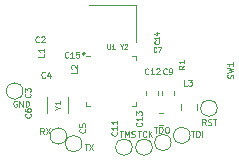
<source format=gbr>
G04 #@! TF.GenerationSoftware,KiCad,Pcbnew,(5.0.2)-1*
G04 #@! TF.CreationDate,2019-04-15T20:42:24-05:00*
G04 #@! TF.ProjectId,testDesign2,74657374-4465-4736-9967-6e322e6b6963,rev?*
G04 #@! TF.SameCoordinates,Original*
G04 #@! TF.FileFunction,Legend,Top*
G04 #@! TF.FilePolarity,Positive*
%FSLAX46Y46*%
G04 Gerber Fmt 4.6, Leading zero omitted, Abs format (unit mm)*
G04 Created by KiCad (PCBNEW (5.0.2)-1) date 4/15/2019 8:42:24 PM*
%MOMM*%
%LPD*%
G01*
G04 APERTURE LIST*
%ADD10C,0.200000*%
%ADD11C,0.120000*%
%ADD12C,0.100000*%
%ADD13C,0.080000*%
G04 APERTURE END LIST*
D10*
X53800000Y-51800000D02*
G75*
G03X53800000Y-51800000I-100000J0D01*
G01*
D11*
G04 #@! TO.C,TDO*
X61100000Y-59300000D02*
G75*
G03X61100000Y-59300000I-700000J0D01*
G01*
G04 #@! TO.C,Y2*
X58100000Y-47625000D02*
X54100000Y-47625000D01*
X58100000Y-50775000D02*
X58100000Y-47625000D01*
G04 #@! TO.C,Y1*
X52375000Y-56825000D02*
X52375000Y-55475000D01*
X50625000Y-56825000D02*
X50625000Y-55475000D01*
G04 #@! TO.C,U1*
X57760000Y-51990000D02*
X58110000Y-51990000D01*
X58110000Y-51990000D02*
X58110000Y-52340000D01*
X54240000Y-56210000D02*
X53890000Y-56210000D01*
X53890000Y-56210000D02*
X53890000Y-55860000D01*
X57760000Y-56210000D02*
X58110000Y-56210000D01*
X58110000Y-56210000D02*
X58110000Y-55860000D01*
X54240000Y-51990000D02*
X53890000Y-51990000D01*
G04 #@! TO.C,RST*
X65000000Y-56400000D02*
G75*
G03X65000000Y-56400000I-700000J0D01*
G01*
G04 #@! TO.C,TDI*
X62700000Y-58700000D02*
G75*
G03X62700000Y-58700000I-700000J0D01*
G01*
G04 #@! TO.C,TCK*
X59500000Y-59700000D02*
G75*
G03X59500000Y-59700000I-700000J0D01*
G01*
G04 #@! TO.C,TMS*
X57800000Y-59700000D02*
G75*
G03X57800000Y-59700000I-700000J0D01*
G01*
G04 #@! TO.C,L3*
X63310000Y-56003922D02*
X63310000Y-56521078D01*
X61890000Y-56003922D02*
X61890000Y-56521078D01*
G04 #@! TO.C,C9*
X61310000Y-54924721D02*
X61310000Y-55250279D01*
X60290000Y-54924721D02*
X60290000Y-55250279D01*
G04 #@! TO.C,C12*
X58990000Y-54924721D02*
X58990000Y-55250279D01*
X60010000Y-54924721D02*
X60010000Y-55250279D01*
G04 #@! TO.C,C13*
X60375279Y-57810000D02*
X60049721Y-57810000D01*
X60375279Y-56790000D02*
X60049721Y-56790000D01*
G04 #@! TO.C,RX*
X52250000Y-58750000D02*
G75*
G03X52250000Y-58750000I-700000J0D01*
G01*
G04 #@! TO.C,TX*
X53550000Y-59400000D02*
G75*
G03X53550000Y-59400000I-700000J0D01*
G01*
G04 #@! TO.C,GND*
X48550000Y-54950000D02*
G75*
G03X48550000Y-54950000I-700000J0D01*
G01*
G04 #@! TO.C,TDO*
D12*
X59645238Y-57976190D02*
X59930952Y-57976190D01*
X59788095Y-58476190D02*
X59788095Y-57976190D01*
X60097619Y-58476190D02*
X60097619Y-57976190D01*
X60216666Y-57976190D01*
X60288095Y-58000000D01*
X60335714Y-58047619D01*
X60359523Y-58095238D01*
X60383333Y-58190476D01*
X60383333Y-58261904D01*
X60359523Y-58357142D01*
X60335714Y-58404761D01*
X60288095Y-58452380D01*
X60216666Y-58476190D01*
X60097619Y-58476190D01*
X60692857Y-57976190D02*
X60788095Y-57976190D01*
X60835714Y-58000000D01*
X60883333Y-58047619D01*
X60907142Y-58142857D01*
X60907142Y-58309523D01*
X60883333Y-58404761D01*
X60835714Y-58452380D01*
X60788095Y-58476190D01*
X60692857Y-58476190D01*
X60645238Y-58452380D01*
X60597619Y-58404761D01*
X60573809Y-58309523D01*
X60573809Y-58142857D01*
X60597619Y-58047619D01*
X60645238Y-58000000D01*
X60692857Y-57976190D01*
G04 #@! TO.C,Y2*
D13*
X56909523Y-51190476D02*
X56909523Y-51380952D01*
X56776190Y-50980952D02*
X56909523Y-51190476D01*
X57042857Y-50980952D01*
X57157142Y-51019047D02*
X57176190Y-51000000D01*
X57214285Y-50980952D01*
X57309523Y-50980952D01*
X57347619Y-51000000D01*
X57366666Y-51019047D01*
X57385714Y-51057142D01*
X57385714Y-51095238D01*
X57366666Y-51152380D01*
X57138095Y-51380952D01*
X57385714Y-51380952D01*
G04 #@! TO.C,Y1*
D12*
X51488095Y-56388095D02*
X51726190Y-56388095D01*
X51226190Y-56554761D02*
X51488095Y-56388095D01*
X51226190Y-56221428D01*
X51726190Y-55792857D02*
X51726190Y-56078571D01*
X51726190Y-55935714D02*
X51226190Y-55935714D01*
X51297619Y-55983333D01*
X51345238Y-56030952D01*
X51369047Y-56078571D01*
G04 #@! TO.C,U1*
D13*
X55695238Y-50980952D02*
X55695238Y-51304761D01*
X55714285Y-51342857D01*
X55733333Y-51361904D01*
X55771428Y-51380952D01*
X55847619Y-51380952D01*
X55885714Y-51361904D01*
X55904761Y-51342857D01*
X55923809Y-51304761D01*
X55923809Y-50980952D01*
X56323809Y-51380952D02*
X56095238Y-51380952D01*
X56209523Y-51380952D02*
X56209523Y-50980952D01*
X56171428Y-51038095D01*
X56133333Y-51076190D01*
X56095238Y-51095238D01*
G04 #@! TO.C,RST*
D12*
X64026190Y-57826190D02*
X63859523Y-57588095D01*
X63740476Y-57826190D02*
X63740476Y-57326190D01*
X63930952Y-57326190D01*
X63978571Y-57350000D01*
X64002380Y-57373809D01*
X64026190Y-57421428D01*
X64026190Y-57492857D01*
X64002380Y-57540476D01*
X63978571Y-57564285D01*
X63930952Y-57588095D01*
X63740476Y-57588095D01*
X64216666Y-57802380D02*
X64288095Y-57826190D01*
X64407142Y-57826190D01*
X64454761Y-57802380D01*
X64478571Y-57778571D01*
X64502380Y-57730952D01*
X64502380Y-57683333D01*
X64478571Y-57635714D01*
X64454761Y-57611904D01*
X64407142Y-57588095D01*
X64311904Y-57564285D01*
X64264285Y-57540476D01*
X64240476Y-57516666D01*
X64216666Y-57469047D01*
X64216666Y-57421428D01*
X64240476Y-57373809D01*
X64264285Y-57350000D01*
X64311904Y-57326190D01*
X64430952Y-57326190D01*
X64502380Y-57350000D01*
X64645238Y-57326190D02*
X64930952Y-57326190D01*
X64788095Y-57826190D02*
X64788095Y-57326190D01*
G04 #@! TO.C,TDI*
X62788095Y-58326190D02*
X63073809Y-58326190D01*
X62930952Y-58826190D02*
X62930952Y-58326190D01*
X63240476Y-58826190D02*
X63240476Y-58326190D01*
X63359523Y-58326190D01*
X63430952Y-58350000D01*
X63478571Y-58397619D01*
X63502380Y-58445238D01*
X63526190Y-58540476D01*
X63526190Y-58611904D01*
X63502380Y-58707142D01*
X63478571Y-58754761D01*
X63430952Y-58802380D01*
X63359523Y-58826190D01*
X63240476Y-58826190D01*
X63740476Y-58826190D02*
X63740476Y-58326190D01*
G04 #@! TO.C,TCK*
X58257142Y-58326190D02*
X58542857Y-58326190D01*
X58400000Y-58826190D02*
X58400000Y-58326190D01*
X58995238Y-58778571D02*
X58971428Y-58802380D01*
X58900000Y-58826190D01*
X58852380Y-58826190D01*
X58780952Y-58802380D01*
X58733333Y-58754761D01*
X58709523Y-58707142D01*
X58685714Y-58611904D01*
X58685714Y-58540476D01*
X58709523Y-58445238D01*
X58733333Y-58397619D01*
X58780952Y-58350000D01*
X58852380Y-58326190D01*
X58900000Y-58326190D01*
X58971428Y-58350000D01*
X58995238Y-58373809D01*
X59209523Y-58826190D02*
X59209523Y-58326190D01*
X59495238Y-58826190D02*
X59280952Y-58540476D01*
X59495238Y-58326190D02*
X59209523Y-58611904D01*
G04 #@! TO.C,TMS*
X56733333Y-58326190D02*
X57019047Y-58326190D01*
X56876190Y-58826190D02*
X56876190Y-58326190D01*
X57185714Y-58826190D02*
X57185714Y-58326190D01*
X57352380Y-58683333D01*
X57519047Y-58326190D01*
X57519047Y-58826190D01*
X57733333Y-58802380D02*
X57804761Y-58826190D01*
X57923809Y-58826190D01*
X57971428Y-58802380D01*
X57995238Y-58778571D01*
X58019047Y-58730952D01*
X58019047Y-58683333D01*
X57995238Y-58635714D01*
X57971428Y-58611904D01*
X57923809Y-58588095D01*
X57828571Y-58564285D01*
X57780952Y-58540476D01*
X57757142Y-58516666D01*
X57733333Y-58469047D01*
X57733333Y-58421428D01*
X57757142Y-58373809D01*
X57780952Y-58350000D01*
X57828571Y-58326190D01*
X57947619Y-58326190D01*
X58019047Y-58350000D01*
G04 #@! TO.C,R1*
X62226190Y-52783333D02*
X61988095Y-52950000D01*
X62226190Y-53069047D02*
X61726190Y-53069047D01*
X61726190Y-52878571D01*
X61750000Y-52830952D01*
X61773809Y-52807142D01*
X61821428Y-52783333D01*
X61892857Y-52783333D01*
X61940476Y-52807142D01*
X61964285Y-52830952D01*
X61988095Y-52878571D01*
X61988095Y-53069047D01*
X62226190Y-52307142D02*
X62226190Y-52592857D01*
X62226190Y-52450000D02*
X61726190Y-52450000D01*
X61797619Y-52497619D01*
X61845238Y-52545238D01*
X61869047Y-52592857D01*
G04 #@! TO.C,L3*
X62416666Y-54476190D02*
X62178571Y-54476190D01*
X62178571Y-53976190D01*
X62535714Y-53976190D02*
X62845238Y-53976190D01*
X62678571Y-54166666D01*
X62750000Y-54166666D01*
X62797619Y-54190476D01*
X62821428Y-54214285D01*
X62845238Y-54261904D01*
X62845238Y-54380952D01*
X62821428Y-54428571D01*
X62797619Y-54452380D01*
X62750000Y-54476190D01*
X62607142Y-54476190D01*
X62559523Y-54452380D01*
X62535714Y-54428571D01*
G04 #@! TO.C,L2*
X53126190Y-53183333D02*
X53126190Y-53421428D01*
X52626190Y-53421428D01*
X52673809Y-53040476D02*
X52650000Y-53016666D01*
X52626190Y-52969047D01*
X52626190Y-52850000D01*
X52650000Y-52802380D01*
X52673809Y-52778571D01*
X52721428Y-52754761D01*
X52769047Y-52754761D01*
X52840476Y-52778571D01*
X53126190Y-53064285D01*
X53126190Y-52754761D01*
G04 #@! TO.C,L1*
X50326190Y-51783333D02*
X50326190Y-52021428D01*
X49826190Y-52021428D01*
X50326190Y-51354761D02*
X50326190Y-51640476D01*
X50326190Y-51497619D02*
X49826190Y-51497619D01*
X49897619Y-51545238D01*
X49945238Y-51592857D01*
X49969047Y-51640476D01*
G04 #@! TO.C,C15*
X52378571Y-52078571D02*
X52354761Y-52102380D01*
X52283333Y-52126190D01*
X52235714Y-52126190D01*
X52164285Y-52102380D01*
X52116666Y-52054761D01*
X52092857Y-52007142D01*
X52069047Y-51911904D01*
X52069047Y-51840476D01*
X52092857Y-51745238D01*
X52116666Y-51697619D01*
X52164285Y-51650000D01*
X52235714Y-51626190D01*
X52283333Y-51626190D01*
X52354761Y-51650000D01*
X52378571Y-51673809D01*
X52854761Y-52126190D02*
X52569047Y-52126190D01*
X52711904Y-52126190D02*
X52711904Y-51626190D01*
X52664285Y-51697619D01*
X52616666Y-51745238D01*
X52569047Y-51769047D01*
X53307142Y-51626190D02*
X53069047Y-51626190D01*
X53045238Y-51864285D01*
X53069047Y-51840476D01*
X53116666Y-51816666D01*
X53235714Y-51816666D01*
X53283333Y-51840476D01*
X53307142Y-51864285D01*
X53330952Y-51911904D01*
X53330952Y-52030952D01*
X53307142Y-52078571D01*
X53283333Y-52102380D01*
X53235714Y-52126190D01*
X53116666Y-52126190D01*
X53069047Y-52102380D01*
X53045238Y-52078571D01*
G04 #@! TO.C,C14*
D13*
X60032857Y-50737142D02*
X60051904Y-50756190D01*
X60070952Y-50813333D01*
X60070952Y-50851428D01*
X60051904Y-50908571D01*
X60013809Y-50946666D01*
X59975714Y-50965714D01*
X59899523Y-50984761D01*
X59842380Y-50984761D01*
X59766190Y-50965714D01*
X59728095Y-50946666D01*
X59690000Y-50908571D01*
X59670952Y-50851428D01*
X59670952Y-50813333D01*
X59690000Y-50756190D01*
X59709047Y-50737142D01*
X60070952Y-50356190D02*
X60070952Y-50584761D01*
X60070952Y-50470476D02*
X59670952Y-50470476D01*
X59728095Y-50508571D01*
X59766190Y-50546666D01*
X59785238Y-50584761D01*
X59804285Y-50013333D02*
X60070952Y-50013333D01*
X59651904Y-50108571D02*
X59937619Y-50203809D01*
X59937619Y-49956190D01*
G04 #@! TO.C,C11*
D12*
X56478571Y-58406428D02*
X56502380Y-58430238D01*
X56526190Y-58501666D01*
X56526190Y-58549285D01*
X56502380Y-58620714D01*
X56454761Y-58668333D01*
X56407142Y-58692142D01*
X56311904Y-58715952D01*
X56240476Y-58715952D01*
X56145238Y-58692142D01*
X56097619Y-58668333D01*
X56050000Y-58620714D01*
X56026190Y-58549285D01*
X56026190Y-58501666D01*
X56050000Y-58430238D01*
X56073809Y-58406428D01*
X56526190Y-57930238D02*
X56526190Y-58215952D01*
X56526190Y-58073095D02*
X56026190Y-58073095D01*
X56097619Y-58120714D01*
X56145238Y-58168333D01*
X56169047Y-58215952D01*
X56526190Y-57454047D02*
X56526190Y-57739761D01*
X56526190Y-57596904D02*
X56026190Y-57596904D01*
X56097619Y-57644523D01*
X56145238Y-57692142D01*
X56169047Y-57739761D01*
G04 #@! TO.C,C7*
D13*
X59853333Y-51592857D02*
X59834285Y-51611904D01*
X59777142Y-51630952D01*
X59739047Y-51630952D01*
X59681904Y-51611904D01*
X59643809Y-51573809D01*
X59624761Y-51535714D01*
X59605714Y-51459523D01*
X59605714Y-51402380D01*
X59624761Y-51326190D01*
X59643809Y-51288095D01*
X59681904Y-51250000D01*
X59739047Y-51230952D01*
X59777142Y-51230952D01*
X59834285Y-51250000D01*
X59853333Y-51269047D01*
X59986666Y-51230952D02*
X60253333Y-51230952D01*
X60081904Y-51630952D01*
G04 #@! TO.C,C6*
D12*
X49178571Y-56883333D02*
X49202380Y-56907142D01*
X49226190Y-56978571D01*
X49226190Y-57026190D01*
X49202380Y-57097619D01*
X49154761Y-57145238D01*
X49107142Y-57169047D01*
X49011904Y-57192857D01*
X48940476Y-57192857D01*
X48845238Y-57169047D01*
X48797619Y-57145238D01*
X48750000Y-57097619D01*
X48726190Y-57026190D01*
X48726190Y-56978571D01*
X48750000Y-56907142D01*
X48773809Y-56883333D01*
X48726190Y-56454761D02*
X48726190Y-56550000D01*
X48750000Y-56597619D01*
X48773809Y-56621428D01*
X48845238Y-56669047D01*
X48940476Y-56692857D01*
X49130952Y-56692857D01*
X49178571Y-56669047D01*
X49202380Y-56645238D01*
X49226190Y-56597619D01*
X49226190Y-56502380D01*
X49202380Y-56454761D01*
X49178571Y-56430952D01*
X49130952Y-56407142D01*
X49011904Y-56407142D01*
X48964285Y-56430952D01*
X48940476Y-56454761D01*
X48916666Y-56502380D01*
X48916666Y-56597619D01*
X48940476Y-56645238D01*
X48964285Y-56669047D01*
X49011904Y-56692857D01*
G04 #@! TO.C,C5*
X53778571Y-58168333D02*
X53802380Y-58192142D01*
X53826190Y-58263571D01*
X53826190Y-58311190D01*
X53802380Y-58382619D01*
X53754761Y-58430238D01*
X53707142Y-58454047D01*
X53611904Y-58477857D01*
X53540476Y-58477857D01*
X53445238Y-58454047D01*
X53397619Y-58430238D01*
X53350000Y-58382619D01*
X53326190Y-58311190D01*
X53326190Y-58263571D01*
X53350000Y-58192142D01*
X53373809Y-58168333D01*
X53326190Y-57715952D02*
X53326190Y-57954047D01*
X53564285Y-57977857D01*
X53540476Y-57954047D01*
X53516666Y-57906428D01*
X53516666Y-57787380D01*
X53540476Y-57739761D01*
X53564285Y-57715952D01*
X53611904Y-57692142D01*
X53730952Y-57692142D01*
X53778571Y-57715952D01*
X53802380Y-57739761D01*
X53826190Y-57787380D01*
X53826190Y-57906428D01*
X53802380Y-57954047D01*
X53778571Y-57977857D01*
G04 #@! TO.C,C4*
X50416666Y-53778571D02*
X50392857Y-53802380D01*
X50321428Y-53826190D01*
X50273809Y-53826190D01*
X50202380Y-53802380D01*
X50154761Y-53754761D01*
X50130952Y-53707142D01*
X50107142Y-53611904D01*
X50107142Y-53540476D01*
X50130952Y-53445238D01*
X50154761Y-53397619D01*
X50202380Y-53350000D01*
X50273809Y-53326190D01*
X50321428Y-53326190D01*
X50392857Y-53350000D01*
X50416666Y-53373809D01*
X50845238Y-53492857D02*
X50845238Y-53826190D01*
X50726190Y-53302380D02*
X50607142Y-53659523D01*
X50916666Y-53659523D01*
G04 #@! TO.C,C3*
X49163571Y-55168333D02*
X49187380Y-55192142D01*
X49211190Y-55263571D01*
X49211190Y-55311190D01*
X49187380Y-55382619D01*
X49139761Y-55430238D01*
X49092142Y-55454047D01*
X48996904Y-55477857D01*
X48925476Y-55477857D01*
X48830238Y-55454047D01*
X48782619Y-55430238D01*
X48735000Y-55382619D01*
X48711190Y-55311190D01*
X48711190Y-55263571D01*
X48735000Y-55192142D01*
X48758809Y-55168333D01*
X48711190Y-55001666D02*
X48711190Y-54692142D01*
X48901666Y-54858809D01*
X48901666Y-54787380D01*
X48925476Y-54739761D01*
X48949285Y-54715952D01*
X48996904Y-54692142D01*
X49115952Y-54692142D01*
X49163571Y-54715952D01*
X49187380Y-54739761D01*
X49211190Y-54787380D01*
X49211190Y-54930238D01*
X49187380Y-54977857D01*
X49163571Y-55001666D01*
G04 #@! TO.C,C2*
X49916666Y-50778571D02*
X49892857Y-50802380D01*
X49821428Y-50826190D01*
X49773809Y-50826190D01*
X49702380Y-50802380D01*
X49654761Y-50754761D01*
X49630952Y-50707142D01*
X49607142Y-50611904D01*
X49607142Y-50540476D01*
X49630952Y-50445238D01*
X49654761Y-50397619D01*
X49702380Y-50350000D01*
X49773809Y-50326190D01*
X49821428Y-50326190D01*
X49892857Y-50350000D01*
X49916666Y-50373809D01*
X50107142Y-50373809D02*
X50130952Y-50350000D01*
X50178571Y-50326190D01*
X50297619Y-50326190D01*
X50345238Y-50350000D01*
X50369047Y-50373809D01*
X50392857Y-50421428D01*
X50392857Y-50469047D01*
X50369047Y-50540476D01*
X50083333Y-50826190D01*
X50392857Y-50826190D01*
G04 #@! TO.C,C9*
X60716666Y-53478571D02*
X60692857Y-53502380D01*
X60621428Y-53526190D01*
X60573809Y-53526190D01*
X60502380Y-53502380D01*
X60454761Y-53454761D01*
X60430952Y-53407142D01*
X60407142Y-53311904D01*
X60407142Y-53240476D01*
X60430952Y-53145238D01*
X60454761Y-53097619D01*
X60502380Y-53050000D01*
X60573809Y-53026190D01*
X60621428Y-53026190D01*
X60692857Y-53050000D01*
X60716666Y-53073809D01*
X60954761Y-53526190D02*
X61050000Y-53526190D01*
X61097619Y-53502380D01*
X61121428Y-53478571D01*
X61169047Y-53407142D01*
X61192857Y-53311904D01*
X61192857Y-53121428D01*
X61169047Y-53073809D01*
X61145238Y-53050000D01*
X61097619Y-53026190D01*
X61002380Y-53026190D01*
X60954761Y-53050000D01*
X60930952Y-53073809D01*
X60907142Y-53121428D01*
X60907142Y-53240476D01*
X60930952Y-53288095D01*
X60954761Y-53311904D01*
X61002380Y-53335714D01*
X61097619Y-53335714D01*
X61145238Y-53311904D01*
X61169047Y-53288095D01*
X61192857Y-53240476D01*
G04 #@! TO.C,C12*
X59178571Y-53478571D02*
X59154761Y-53502380D01*
X59083333Y-53526190D01*
X59035714Y-53526190D01*
X58964285Y-53502380D01*
X58916666Y-53454761D01*
X58892857Y-53407142D01*
X58869047Y-53311904D01*
X58869047Y-53240476D01*
X58892857Y-53145238D01*
X58916666Y-53097619D01*
X58964285Y-53050000D01*
X59035714Y-53026190D01*
X59083333Y-53026190D01*
X59154761Y-53050000D01*
X59178571Y-53073809D01*
X59654761Y-53526190D02*
X59369047Y-53526190D01*
X59511904Y-53526190D02*
X59511904Y-53026190D01*
X59464285Y-53097619D01*
X59416666Y-53145238D01*
X59369047Y-53169047D01*
X59845238Y-53073809D02*
X59869047Y-53050000D01*
X59916666Y-53026190D01*
X60035714Y-53026190D01*
X60083333Y-53050000D01*
X60107142Y-53073809D01*
X60130952Y-53121428D01*
X60130952Y-53169047D01*
X60107142Y-53240476D01*
X59821428Y-53526190D01*
X60130952Y-53526190D01*
G04 #@! TO.C,C13*
X58578571Y-57621428D02*
X58602380Y-57645238D01*
X58626190Y-57716666D01*
X58626190Y-57764285D01*
X58602380Y-57835714D01*
X58554761Y-57883333D01*
X58507142Y-57907142D01*
X58411904Y-57930952D01*
X58340476Y-57930952D01*
X58245238Y-57907142D01*
X58197619Y-57883333D01*
X58150000Y-57835714D01*
X58126190Y-57764285D01*
X58126190Y-57716666D01*
X58150000Y-57645238D01*
X58173809Y-57621428D01*
X58626190Y-57145238D02*
X58626190Y-57430952D01*
X58626190Y-57288095D02*
X58126190Y-57288095D01*
X58197619Y-57335714D01*
X58245238Y-57383333D01*
X58269047Y-57430952D01*
X58126190Y-56978571D02*
X58126190Y-56669047D01*
X58316666Y-56835714D01*
X58316666Y-56764285D01*
X58340476Y-56716666D01*
X58364285Y-56692857D01*
X58411904Y-56669047D01*
X58530952Y-56669047D01*
X58578571Y-56692857D01*
X58602380Y-56716666D01*
X58626190Y-56764285D01*
X58626190Y-56907142D01*
X58602380Y-56954761D01*
X58578571Y-56978571D01*
G04 #@! TO.C,SW1*
X66337380Y-53836666D02*
X66361190Y-53765238D01*
X66361190Y-53646190D01*
X66337380Y-53598571D01*
X66313571Y-53574761D01*
X66265952Y-53550952D01*
X66218333Y-53550952D01*
X66170714Y-53574761D01*
X66146904Y-53598571D01*
X66123095Y-53646190D01*
X66099285Y-53741428D01*
X66075476Y-53789047D01*
X66051666Y-53812857D01*
X66004047Y-53836666D01*
X65956428Y-53836666D01*
X65908809Y-53812857D01*
X65885000Y-53789047D01*
X65861190Y-53741428D01*
X65861190Y-53622380D01*
X65885000Y-53550952D01*
X65861190Y-53384285D02*
X66361190Y-53265238D01*
X66004047Y-53170000D01*
X66361190Y-53074761D01*
X65861190Y-52955714D01*
X66361190Y-52503333D02*
X66361190Y-52789047D01*
X66361190Y-52646190D02*
X65861190Y-52646190D01*
X65932619Y-52693809D01*
X65980238Y-52741428D01*
X66004047Y-52789047D01*
G04 #@! TO.C,RX*
X50316666Y-58576190D02*
X50150000Y-58338095D01*
X50030952Y-58576190D02*
X50030952Y-58076190D01*
X50221428Y-58076190D01*
X50269047Y-58100000D01*
X50292857Y-58123809D01*
X50316666Y-58171428D01*
X50316666Y-58242857D01*
X50292857Y-58290476D01*
X50269047Y-58314285D01*
X50221428Y-58338095D01*
X50030952Y-58338095D01*
X50483333Y-58076190D02*
X50816666Y-58576190D01*
X50816666Y-58076190D02*
X50483333Y-58576190D01*
G04 #@! TO.C,TX*
X53769047Y-59426190D02*
X54054761Y-59426190D01*
X53911904Y-59926190D02*
X53911904Y-59426190D01*
X54173809Y-59426190D02*
X54507142Y-59926190D01*
X54507142Y-59426190D02*
X54173809Y-59926190D01*
G04 #@! TO.C,GND*
D13*
X48019047Y-55800000D02*
X47971428Y-55776190D01*
X47900000Y-55776190D01*
X47828571Y-55800000D01*
X47780952Y-55847619D01*
X47757142Y-55895238D01*
X47733333Y-55990476D01*
X47733333Y-56061904D01*
X47757142Y-56157142D01*
X47780952Y-56204761D01*
X47828571Y-56252380D01*
X47900000Y-56276190D01*
X47947619Y-56276190D01*
X48019047Y-56252380D01*
X48042857Y-56228571D01*
X48042857Y-56061904D01*
X47947619Y-56061904D01*
X48257142Y-56276190D02*
X48257142Y-55776190D01*
X48542857Y-56276190D01*
X48542857Y-55776190D01*
X48780952Y-56276190D02*
X48780952Y-55776190D01*
X48900000Y-55776190D01*
X48971428Y-55800000D01*
X49019047Y-55847619D01*
X49042857Y-55895238D01*
X49066666Y-55990476D01*
X49066666Y-56061904D01*
X49042857Y-56157142D01*
X49019047Y-56204761D01*
X48971428Y-56252380D01*
X48900000Y-56276190D01*
X48780952Y-56276190D01*
G04 #@! TD*
M02*

</source>
